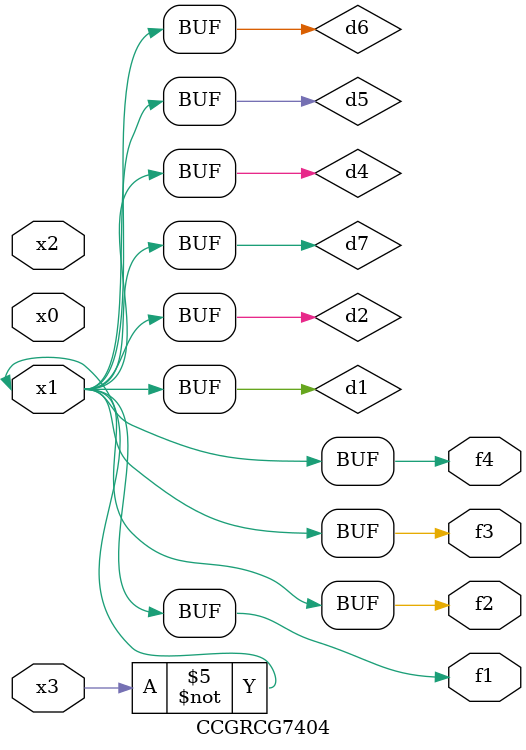
<source format=v>
module CCGRCG7404(
	input x0, x1, x2, x3,
	output f1, f2, f3, f4
);

	wire d1, d2, d3, d4, d5, d6, d7;

	not (d1, x3);
	buf (d2, x1);
	xnor (d3, d1, d2);
	nor (d4, d1);
	buf (d5, d1, d2);
	buf (d6, d4, d5);
	nand (d7, d4);
	assign f1 = d6;
	assign f2 = d7;
	assign f3 = d6;
	assign f4 = d6;
endmodule

</source>
